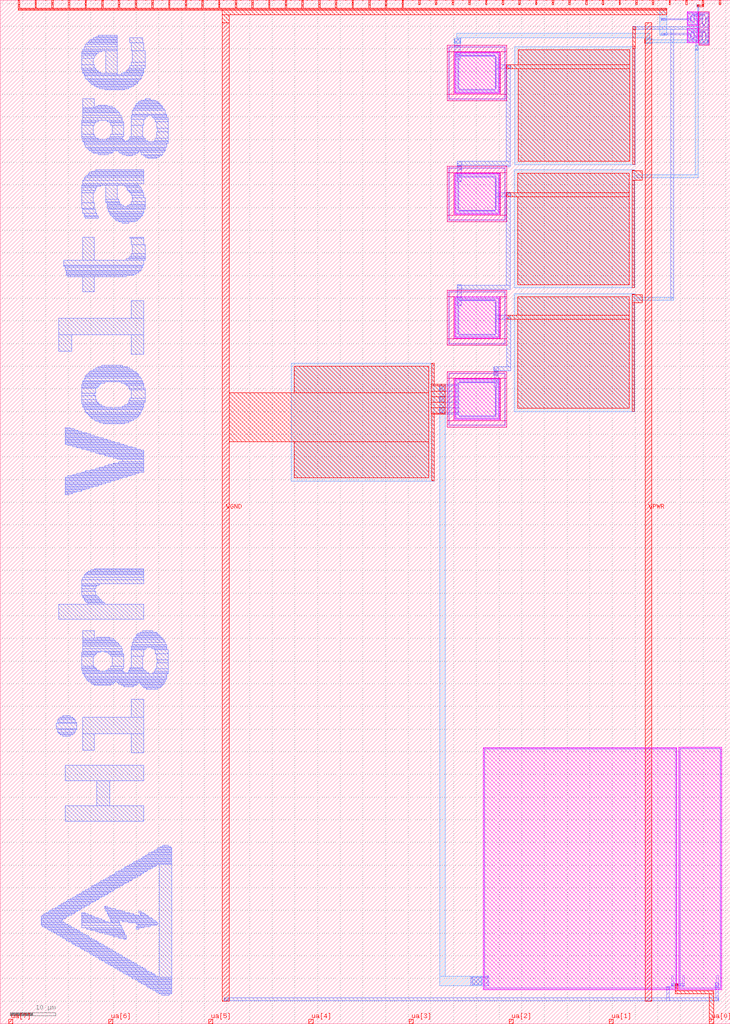
<source format=lef>
VERSION 5.7 ;
  NOWIREEXTENSIONATPIN ON ;
  DIVIDERCHAR "/" ;
  BUSBITCHARS "[]" ;
MACRO tt_um_urish_charge_pump
  CLASS BLOCK ;
  FOREIGN tt_um_urish_charge_pump ;
  ORIGIN 0.000 0.000 ;
  SIZE 161.000 BY 225.760 ;
  PIN clk
    DIRECTION INPUT ;
    USE SIGNAL ;
    ANTENNAGATEAREA 1.125000 ;
    PORT
      LAYER met4 ;
        RECT 154.870 224.760 155.170 225.760 ;
    END
  END clk
  PIN ena
    DIRECTION INPUT ;
    USE SIGNAL ;
    PORT
      LAYER met4 ;
        RECT 158.550 224.760 158.850 225.760 ;
    END
  END ena
  PIN rst_n
    DIRECTION INPUT ;
    USE SIGNAL ;
    PORT
      LAYER met4 ;
        RECT 151.190 224.760 151.490 225.760 ;
    END
  END rst_n
  PIN ua[0]
    DIRECTION INOUT ;
    USE SIGNAL ;
    PORT
      LAYER met4 ;
        RECT 156.410 0.000 157.310 1.000 ;
    END
  END ua[0]
  PIN ua[1]
    DIRECTION INOUT ;
    USE SIGNAL ;
    PORT
      LAYER met4 ;
        RECT 134.330 0.000 135.230 1.000 ;
    END
  END ua[1]
  PIN ua[2]
    DIRECTION INOUT ;
    USE SIGNAL ;
    PORT
      LAYER met4 ;
        RECT 112.250 0.000 113.150 1.000 ;
    END
  END ua[2]
  PIN ua[3]
    DIRECTION INOUT ;
    USE SIGNAL ;
    PORT
      LAYER met4 ;
        RECT 90.170 0.000 91.070 1.000 ;
    END
  END ua[3]
  PIN ua[4]
    DIRECTION INOUT ;
    USE SIGNAL ;
    PORT
      LAYER met4 ;
        RECT 68.090 0.000 68.990 1.000 ;
    END
  END ua[4]
  PIN ua[5]
    DIRECTION INOUT ;
    USE SIGNAL ;
    PORT
      LAYER met4 ;
        RECT 46.010 0.000 46.910 1.000 ;
    END
  END ua[5]
  PIN ua[6]
    DIRECTION INOUT ;
    USE SIGNAL ;
    PORT
      LAYER met4 ;
        RECT 23.930 0.000 24.830 1.000 ;
    END
  END ua[6]
  PIN ua[7]
    DIRECTION INOUT ;
    USE SIGNAL ;
    PORT
      LAYER met4 ;
        RECT 1.850 0.000 2.750 1.000 ;
    END
  END ua[7]
  PIN ui_in[0]
    DIRECTION INPUT ;
    USE SIGNAL ;
    PORT
      LAYER met4 ;
        RECT 147.510 224.760 147.810 225.760 ;
    END
  END ui_in[0]
  PIN ui_in[1]
    DIRECTION INPUT ;
    USE SIGNAL ;
    PORT
      LAYER met4 ;
        RECT 143.830 224.760 144.130 225.760 ;
    END
  END ui_in[1]
  PIN ui_in[2]
    DIRECTION INPUT ;
    USE SIGNAL ;
    PORT
      LAYER met4 ;
        RECT 140.150 224.760 140.450 225.760 ;
    END
  END ui_in[2]
  PIN ui_in[3]
    DIRECTION INPUT ;
    USE SIGNAL ;
    PORT
      LAYER met4 ;
        RECT 136.470 224.760 136.770 225.760 ;
    END
  END ui_in[3]
  PIN ui_in[4]
    DIRECTION INPUT ;
    USE SIGNAL ;
    PORT
      LAYER met4 ;
        RECT 132.790 224.760 133.090 225.760 ;
    END
  END ui_in[4]
  PIN ui_in[5]
    DIRECTION INPUT ;
    USE SIGNAL ;
    PORT
      LAYER met4 ;
        RECT 129.110 224.760 129.410 225.760 ;
    END
  END ui_in[5]
  PIN ui_in[6]
    DIRECTION INPUT ;
    USE SIGNAL ;
    PORT
      LAYER met4 ;
        RECT 125.430 224.760 125.730 225.760 ;
    END
  END ui_in[6]
  PIN ui_in[7]
    DIRECTION INPUT ;
    USE SIGNAL ;
    PORT
      LAYER met4 ;
        RECT 121.750 224.760 122.050 225.760 ;
    END
  END ui_in[7]
  PIN uio_in[0]
    DIRECTION INPUT ;
    USE SIGNAL ;
    PORT
      LAYER met4 ;
        RECT 118.070 224.760 118.370 225.760 ;
    END
  END uio_in[0]
  PIN uio_in[1]
    DIRECTION INPUT ;
    USE SIGNAL ;
    PORT
      LAYER met4 ;
        RECT 114.390 224.760 114.690 225.760 ;
    END
  END uio_in[1]
  PIN uio_in[2]
    DIRECTION INPUT ;
    USE SIGNAL ;
    PORT
      LAYER met4 ;
        RECT 110.710 224.760 111.010 225.760 ;
    END
  END uio_in[2]
  PIN uio_in[3]
    DIRECTION INPUT ;
    USE SIGNAL ;
    PORT
      LAYER met4 ;
        RECT 107.030 224.760 107.330 225.760 ;
    END
  END uio_in[3]
  PIN uio_in[4]
    DIRECTION INPUT ;
    USE SIGNAL ;
    PORT
      LAYER met4 ;
        RECT 103.350 224.760 103.650 225.760 ;
    END
  END uio_in[4]
  PIN uio_in[5]
    DIRECTION INPUT ;
    USE SIGNAL ;
    PORT
      LAYER met4 ;
        RECT 99.670 224.760 99.970 225.760 ;
    END
  END uio_in[5]
  PIN uio_in[6]
    DIRECTION INPUT ;
    USE SIGNAL ;
    PORT
      LAYER met4 ;
        RECT 95.990 224.760 96.290 225.760 ;
    END
  END uio_in[6]
  PIN uio_in[7]
    DIRECTION INPUT ;
    USE SIGNAL ;
    PORT
      LAYER met4 ;
        RECT 92.310 224.760 92.610 225.760 ;
    END
  END uio_in[7]
  PIN uio_oe[0]
    DIRECTION OUTPUT ;
    USE SIGNAL ;
    ANTENNADIFFAREA 56.931599 ;
    PORT
      LAYER met4 ;
        RECT 29.750 224.760 30.050 225.760 ;
    END
  END uio_oe[0]
  PIN uio_oe[1]
    DIRECTION OUTPUT ;
    USE SIGNAL ;
    ANTENNADIFFAREA 56.931599 ;
    PORT
      LAYER met4 ;
        RECT 26.070 224.760 26.370 225.760 ;
    END
  END uio_oe[1]
  PIN uio_oe[2]
    DIRECTION OUTPUT ;
    USE SIGNAL ;
    ANTENNADIFFAREA 56.931599 ;
    PORT
      LAYER met4 ;
        RECT 22.390 224.760 22.690 225.760 ;
    END
  END uio_oe[2]
  PIN uio_oe[3]
    DIRECTION OUTPUT ;
    USE SIGNAL ;
    ANTENNADIFFAREA 56.931599 ;
    PORT
      LAYER met4 ;
        RECT 18.710 224.760 19.010 225.760 ;
    END
  END uio_oe[3]
  PIN uio_oe[4]
    DIRECTION OUTPUT ;
    USE SIGNAL ;
    ANTENNADIFFAREA 56.931599 ;
    PORT
      LAYER met4 ;
        RECT 15.030 224.760 15.330 225.760 ;
    END
  END uio_oe[4]
  PIN uio_oe[5]
    DIRECTION OUTPUT ;
    USE SIGNAL ;
    ANTENNADIFFAREA 56.931599 ;
    PORT
      LAYER met4 ;
        RECT 11.350 224.760 11.650 225.760 ;
    END
  END uio_oe[5]
  PIN uio_oe[6]
    DIRECTION OUTPUT ;
    USE SIGNAL ;
    ANTENNADIFFAREA 56.931599 ;
    PORT
      LAYER met4 ;
        RECT 7.670 224.760 7.970 225.760 ;
    END
  END uio_oe[6]
  PIN uio_oe[7]
    DIRECTION OUTPUT ;
    USE SIGNAL ;
    ANTENNADIFFAREA 56.931599 ;
    PORT
      LAYER met4 ;
        RECT 3.990 224.760 4.290 225.760 ;
    END
  END uio_oe[7]
  PIN uio_out[0]
    DIRECTION OUTPUT ;
    USE SIGNAL ;
    ANTENNADIFFAREA 56.931599 ;
    PORT
      LAYER met4 ;
        RECT 59.190 224.760 59.490 225.760 ;
    END
  END uio_out[0]
  PIN uio_out[1]
    DIRECTION OUTPUT ;
    USE SIGNAL ;
    ANTENNADIFFAREA 56.931599 ;
    PORT
      LAYER met4 ;
        RECT 55.510 224.760 55.810 225.760 ;
    END
  END uio_out[1]
  PIN uio_out[2]
    DIRECTION OUTPUT ;
    USE SIGNAL ;
    ANTENNADIFFAREA 56.931599 ;
    PORT
      LAYER met4 ;
        RECT 51.830 224.760 52.130 225.760 ;
    END
  END uio_out[2]
  PIN uio_out[3]
    DIRECTION OUTPUT ;
    USE SIGNAL ;
    ANTENNADIFFAREA 56.931599 ;
    PORT
      LAYER met4 ;
        RECT 48.150 224.760 48.450 225.760 ;
    END
  END uio_out[3]
  PIN uio_out[4]
    DIRECTION OUTPUT ;
    USE SIGNAL ;
    ANTENNADIFFAREA 56.931599 ;
    PORT
      LAYER met4 ;
        RECT 44.470 224.760 44.770 225.760 ;
    END
  END uio_out[4]
  PIN uio_out[5]
    DIRECTION OUTPUT ;
    USE SIGNAL ;
    ANTENNADIFFAREA 56.931599 ;
    PORT
      LAYER met4 ;
        RECT 40.790 224.760 41.090 225.760 ;
    END
  END uio_out[5]
  PIN uio_out[6]
    DIRECTION OUTPUT ;
    USE SIGNAL ;
    ANTENNADIFFAREA 56.931599 ;
    PORT
      LAYER met4 ;
        RECT 37.110 224.760 37.410 225.760 ;
    END
  END uio_out[6]
  PIN uio_out[7]
    DIRECTION OUTPUT ;
    USE SIGNAL ;
    ANTENNADIFFAREA 56.931599 ;
    PORT
      LAYER met4 ;
        RECT 33.430 224.760 33.730 225.760 ;
    END
  END uio_out[7]
  PIN uo_out[0]
    DIRECTION OUTPUT ;
    USE SIGNAL ;
    ANTENNADIFFAREA 56.931599 ;
    PORT
      LAYER met4 ;
        RECT 88.630 224.760 88.930 225.760 ;
    END
  END uo_out[0]
  PIN uo_out[1]
    DIRECTION OUTPUT ;
    USE SIGNAL ;
    ANTENNADIFFAREA 56.931599 ;
    PORT
      LAYER met4 ;
        RECT 84.950 224.760 85.250 225.760 ;
    END
  END uo_out[1]
  PIN uo_out[2]
    DIRECTION OUTPUT ;
    USE SIGNAL ;
    ANTENNADIFFAREA 56.931599 ;
    PORT
      LAYER met4 ;
        RECT 81.270 224.760 81.570 225.760 ;
    END
  END uo_out[2]
  PIN uo_out[3]
    DIRECTION OUTPUT ;
    USE SIGNAL ;
    ANTENNADIFFAREA 56.931599 ;
    PORT
      LAYER met4 ;
        RECT 77.590 224.760 77.890 225.760 ;
    END
  END uo_out[3]
  PIN uo_out[4]
    DIRECTION OUTPUT ;
    USE SIGNAL ;
    ANTENNADIFFAREA 56.931599 ;
    PORT
      LAYER met4 ;
        RECT 73.910 224.760 74.210 225.760 ;
    END
  END uo_out[4]
  PIN uo_out[5]
    DIRECTION OUTPUT ;
    USE SIGNAL ;
    ANTENNADIFFAREA 56.931599 ;
    PORT
      LAYER met4 ;
        RECT 70.230 224.760 70.530 225.760 ;
    END
  END uo_out[5]
  PIN uo_out[6]
    DIRECTION OUTPUT ;
    USE SIGNAL ;
    ANTENNADIFFAREA 56.931599 ;
    PORT
      LAYER met4 ;
        RECT 66.550 224.760 66.850 225.760 ;
    END
  END uo_out[6]
  PIN uo_out[7]
    DIRECTION OUTPUT ;
    USE SIGNAL ;
    ANTENNADIFFAREA 56.931599 ;
    PORT
      LAYER met4 ;
        RECT 62.870 224.760 63.170 225.760 ;
    END
  END uo_out[7]
  PIN VPWR
    DIRECTION INOUT ;
    USE POWER ;
    PORT
      LAYER met4 ;
        RECT 142.200 5.000 143.700 220.760 ;
    END
  END VPWR
  PIN VGND
    DIRECTION INOUT ;
    USE GROUND ;
    PORT
      LAYER met4 ;
        RECT 49.000 5.000 50.500 220.760 ;
    END
  END VGND
  OBS
      LAYER pwell ;
        RECT 151.500 220.100 153.910 223.200 ;
        RECT 151.500 216.410 153.910 219.510 ;
      LAYER nwell ;
        RECT 154.000 215.810 156.410 223.190 ;
        RECT 98.600 214.370 111.700 215.800 ;
        RECT 98.600 205.030 100.030 214.370 ;
      LAYER pwell ;
        RECT 100.200 205.200 110.160 214.300 ;
      LAYER nwell ;
        RECT 110.270 205.030 111.700 214.370 ;
        RECT 98.600 203.600 111.700 205.030 ;
        RECT 98.600 187.670 111.700 189.100 ;
        RECT 98.600 178.330 100.030 187.670 ;
      LAYER pwell ;
        RECT 100.200 178.500 110.160 187.600 ;
      LAYER nwell ;
        RECT 110.270 178.330 111.700 187.670 ;
        RECT 98.600 176.900 111.700 178.330 ;
        RECT 98.600 160.370 111.700 161.800 ;
        RECT 98.600 151.030 100.030 160.370 ;
      LAYER pwell ;
        RECT 100.200 151.200 110.160 160.300 ;
      LAYER nwell ;
        RECT 110.270 151.030 111.700 160.370 ;
        RECT 98.600 149.600 111.700 151.030 ;
        RECT 98.600 142.370 111.700 143.800 ;
        RECT 98.600 133.030 100.030 142.370 ;
      LAYER pwell ;
        RECT 100.200 133.200 110.160 142.300 ;
      LAYER nwell ;
        RECT 110.270 133.030 111.700 142.370 ;
        RECT 98.600 131.600 111.700 133.030 ;
      LAYER pwell ;
        RECT 106.550 7.550 149.230 60.910 ;
        RECT 149.650 7.550 159.130 60.990 ;
      LAYER li1 ;
        RECT 151.680 222.850 153.730 223.020 ;
        RECT 151.680 220.450 151.850 222.850 ;
        RECT 152.480 222.340 152.930 222.510 ;
        RECT 152.250 221.130 152.420 222.170 ;
        RECT 152.990 221.130 153.160 222.170 ;
        RECT 152.480 220.790 152.930 220.960 ;
        RECT 153.560 220.450 153.730 222.850 ;
        RECT 151.680 220.280 153.730 220.450 ;
        RECT 154.180 222.840 156.230 223.010 ;
        RECT 154.180 219.850 154.350 222.840 ;
        RECT 154.980 222.330 155.430 222.500 ;
        RECT 154.750 220.575 154.920 222.115 ;
        RECT 155.490 220.575 155.660 222.115 ;
        RECT 154.980 220.190 155.430 220.360 ;
        RECT 156.060 219.850 156.230 222.840 ;
        RECT 154.180 219.680 156.230 219.850 ;
        RECT 151.680 219.160 153.730 219.330 ;
        RECT 151.680 216.760 151.850 219.160 ;
        RECT 152.480 218.650 152.930 218.820 ;
        RECT 152.250 217.440 152.420 218.480 ;
        RECT 152.990 217.440 153.160 218.480 ;
        RECT 152.480 217.100 152.930 217.270 ;
        RECT 153.560 216.760 153.730 219.160 ;
        RECT 151.680 216.590 153.730 216.760 ;
        RECT 154.180 219.150 156.230 219.320 ;
        RECT 154.180 216.160 154.350 219.150 ;
        RECT 154.980 218.640 155.430 218.810 ;
        RECT 154.750 216.885 154.920 218.425 ;
        RECT 155.490 216.885 155.660 218.425 ;
        RECT 154.980 216.500 155.430 216.670 ;
        RECT 156.060 216.160 156.230 219.150 ;
        RECT 154.180 215.990 156.230 216.160 ;
        RECT 100.200 215.515 101.400 215.700 ;
        RECT 98.885 215.345 111.415 215.515 ;
        RECT 98.885 204.055 99.055 215.345 ;
        RECT 100.800 214.120 101.400 214.200 ;
        RECT 100.380 213.950 109.980 214.120 ;
        RECT 100.380 205.550 100.550 213.950 ;
        RECT 100.800 213.900 101.400 213.950 ;
        RECT 101.180 213.440 109.180 213.610 ;
        RECT 100.950 206.230 101.120 213.270 ;
        RECT 109.240 206.230 109.410 213.270 ;
        RECT 101.180 205.890 109.180 206.060 ;
        RECT 109.810 205.550 109.980 213.950 ;
        RECT 100.380 205.380 109.980 205.550 ;
        RECT 111.245 204.055 111.415 215.345 ;
        RECT 98.885 203.885 111.415 204.055 ;
        RECT 100.800 188.815 101.700 189.000 ;
        RECT 98.885 188.645 111.415 188.815 ;
        RECT 98.885 177.355 99.055 188.645 ;
        RECT 100.800 188.400 101.700 188.645 ;
        RECT 100.800 187.420 101.700 187.500 ;
        RECT 100.380 187.250 109.980 187.420 ;
        RECT 100.380 178.850 100.550 187.250 ;
        RECT 100.800 187.200 101.700 187.250 ;
        RECT 101.180 186.740 109.180 186.910 ;
        RECT 100.950 179.530 101.120 186.570 ;
        RECT 109.240 179.530 109.410 186.570 ;
        RECT 101.180 179.190 109.180 179.360 ;
        RECT 109.810 178.850 109.980 187.250 ;
        RECT 100.380 178.680 109.980 178.850 ;
        RECT 111.245 177.355 111.415 188.645 ;
        RECT 98.885 177.185 111.415 177.355 ;
        RECT 98.885 161.345 111.415 161.515 ;
        RECT 98.885 150.055 99.055 161.345 ;
        RECT 100.800 160.120 101.700 160.200 ;
        RECT 100.380 159.950 109.980 160.120 ;
        RECT 100.380 151.550 100.550 159.950 ;
        RECT 100.800 159.900 101.700 159.950 ;
        RECT 101.180 159.440 109.180 159.610 ;
        RECT 100.950 152.230 101.120 159.270 ;
        RECT 109.240 152.230 109.410 159.270 ;
        RECT 101.180 151.890 109.180 152.060 ;
        RECT 109.810 151.550 109.980 159.950 ;
        RECT 100.380 151.380 109.980 151.550 ;
        RECT 111.245 150.055 111.415 161.345 ;
        RECT 98.885 149.885 111.415 150.055 ;
        RECT 108.900 143.515 109.800 143.700 ;
        RECT 98.885 143.345 111.415 143.515 ;
        RECT 98.885 132.055 99.055 143.345 ;
        RECT 108.900 143.100 109.800 143.345 ;
        RECT 108.900 142.120 109.500 142.200 ;
        RECT 100.380 141.950 109.980 142.120 ;
        RECT 100.380 133.550 100.550 141.950 ;
        RECT 108.900 141.900 109.500 141.950 ;
        RECT 101.180 141.440 109.180 141.610 ;
        RECT 100.950 134.230 101.120 141.270 ;
        RECT 109.240 134.230 109.410 141.270 ;
        RECT 101.180 133.890 109.180 134.060 ;
        RECT 109.810 133.550 109.980 141.950 ;
        RECT 100.380 133.380 109.980 133.550 ;
        RECT 111.245 132.055 111.415 143.345 ;
        RECT 98.885 131.885 111.415 132.055 ;
        RECT 106.730 60.560 149.050 60.730 ;
        RECT 106.730 7.900 106.900 60.560 ;
        RECT 107.380 8.380 107.730 10.540 ;
        RECT 148.050 8.380 148.400 10.540 ;
        RECT 147.000 7.900 147.600 8.100 ;
        RECT 148.880 7.900 149.050 60.560 ;
        RECT 106.730 7.730 149.050 7.900 ;
        RECT 149.830 60.640 158.950 60.810 ;
        RECT 149.830 7.900 150.000 60.640 ;
        RECT 150.480 8.380 150.830 10.540 ;
        RECT 157.950 9.000 158.300 10.540 ;
        RECT 157.800 8.400 158.400 9.000 ;
        RECT 157.950 8.380 158.300 8.400 ;
        RECT 157.800 7.900 158.400 8.100 ;
        RECT 158.780 7.900 158.950 60.640 ;
        RECT 149.830 7.730 158.950 7.900 ;
        RECT 147.000 7.500 147.600 7.730 ;
        RECT 157.800 7.500 158.400 7.730 ;
      LAYER met1 ;
        RECT 152.500 222.530 155.400 222.600 ;
        RECT 152.500 222.300 155.410 222.530 ;
        RECT 151.650 221.700 151.880 221.760 ;
        RECT 152.220 221.700 152.450 222.150 ;
        RECT 152.960 221.800 153.190 222.150 ;
        RECT 154.720 221.800 154.950 222.095 ;
        RECT 155.460 221.800 155.690 222.095 ;
        RECT 156.000 221.800 156.300 222.600 ;
        RECT 145.750 221.400 152.450 221.700 ;
        RECT 152.900 221.500 155.000 221.800 ;
        RECT 155.460 221.500 156.300 221.800 ;
        RECT 151.650 221.340 151.880 221.400 ;
        RECT 152.220 221.150 152.450 221.400 ;
        RECT 152.960 221.150 153.190 221.500 ;
        RECT 152.500 220.760 152.910 220.990 ;
        RECT 153.800 219.900 154.100 221.500 ;
        RECT 154.720 220.595 154.950 221.500 ;
        RECT 155.460 220.595 155.690 221.500 ;
        RECT 155.000 220.160 155.410 220.390 ;
        RECT 153.750 219.600 154.150 219.900 ;
        RECT 153.800 218.900 154.100 219.600 ;
        RECT 152.400 218.600 155.500 218.900 ;
        RECT 151.650 218.400 151.880 218.460 ;
        RECT 152.220 218.400 152.450 218.460 ;
        RECT 145.750 218.100 152.450 218.400 ;
        RECT 151.650 218.040 151.880 218.100 ;
        RECT 152.220 217.460 152.450 218.100 ;
        RECT 152.960 218.000 153.190 218.460 ;
        RECT 154.720 218.000 154.950 218.405 ;
        RECT 152.960 217.700 154.950 218.000 ;
        RECT 152.960 217.460 153.190 217.700 ;
        RECT 100.150 216.300 101.450 217.200 ;
        RECT 152.500 217.070 152.910 217.300 ;
        RECT 100.200 215.730 101.400 216.300 ;
        RECT 100.140 215.370 101.460 215.730 ;
        RECT 153.400 215.700 153.700 217.700 ;
        RECT 154.720 216.905 154.950 217.700 ;
        RECT 155.460 218.000 155.690 218.405 ;
        RECT 156.000 218.000 156.300 221.500 ;
        RECT 155.460 217.700 156.300 218.000 ;
        RECT 155.460 216.905 155.690 217.700 ;
        RECT 156.000 217.000 156.300 217.700 ;
        RECT 155.000 216.470 155.410 216.700 ;
        RECT 155.950 216.400 156.350 217.000 ;
        RECT 100.200 214.230 101.400 215.370 ;
        RECT 153.250 214.800 153.950 215.700 ;
        RECT 100.200 213.870 101.460 214.230 ;
        RECT 100.200 213.640 101.400 213.870 ;
        RECT 100.200 213.410 109.160 213.640 ;
        RECT 100.200 212.700 101.400 213.410 ;
        RECT 100.920 206.250 101.150 212.700 ;
        RECT 109.210 211.500 109.440 213.250 ;
        RECT 109.200 210.600 112.550 211.500 ;
        RECT 109.210 206.250 109.440 210.600 ;
        RECT 101.200 205.860 109.160 206.090 ;
        RECT 100.750 189.300 101.750 190.200 ;
        RECT 100.800 189.030 101.700 189.300 ;
        RECT 100.740 188.370 101.760 189.030 ;
        RECT 100.800 187.530 101.700 188.370 ;
        RECT 100.740 187.170 101.760 187.530 ;
        RECT 100.800 186.940 101.700 187.170 ;
        RECT 100.800 186.710 109.160 186.940 ;
        RECT 100.800 185.700 101.700 186.710 ;
        RECT 100.920 179.550 101.150 185.700 ;
        RECT 109.210 183.300 109.440 186.550 ;
        RECT 109.200 182.400 112.550 183.300 ;
        RECT 109.210 179.550 109.440 182.400 ;
        RECT 101.200 179.160 109.160 179.390 ;
        RECT 100.750 162.000 101.750 162.900 ;
        RECT 100.800 160.230 101.700 162.000 ;
        RECT 100.740 159.870 101.760 160.230 ;
        RECT 100.800 159.640 101.700 159.870 ;
        RECT 100.800 159.410 109.160 159.640 ;
        RECT 100.800 158.400 101.700 159.410 ;
        RECT 100.920 152.250 101.150 158.400 ;
        RECT 109.210 156.300 109.440 159.250 ;
        RECT 109.200 155.400 112.570 156.300 ;
        RECT 109.210 152.250 109.440 155.400 ;
        RECT 101.200 151.860 109.160 152.090 ;
        RECT 108.850 144.000 109.850 144.900 ;
        RECT 108.900 143.730 109.800 144.000 ;
        RECT 108.840 143.070 109.860 143.730 ;
        RECT 108.900 142.230 109.800 143.070 ;
        RECT 108.840 141.870 109.800 142.230 ;
        RECT 108.900 141.640 109.800 141.870 ;
        RECT 101.200 141.410 109.800 141.640 ;
        RECT 100.920 141.000 101.150 141.250 ;
        RECT 96.900 140.700 101.150 141.000 ;
        RECT 96.850 139.500 101.150 140.700 ;
        RECT 108.900 140.400 109.800 141.410 ;
        RECT 96.900 138.300 101.150 139.500 ;
        RECT 96.850 137.100 101.150 138.300 ;
        RECT 96.900 135.900 101.150 137.100 ;
        RECT 96.850 134.700 101.150 135.900 ;
        RECT 96.900 134.400 101.150 134.700 ;
        RECT 100.920 134.250 101.150 134.400 ;
        RECT 109.210 134.250 109.440 140.400 ;
        RECT 101.200 133.860 109.160 134.090 ;
        RECT 103.800 10.260 107.700 10.500 ;
        RECT 103.800 8.400 107.730 10.260 ;
        RECT 107.370 8.340 107.730 8.400 ;
        RECT 148.020 8.780 148.430 8.840 ;
        RECT 150.450 8.780 150.860 8.840 ;
        RECT 148.020 8.380 150.860 8.780 ;
        RECT 148.020 8.320 148.430 8.380 ;
        RECT 150.450 8.320 150.860 8.380 ;
        RECT 157.740 8.370 158.460 9.030 ;
        RECT 157.800 8.130 158.400 8.370 ;
        RECT 146.940 7.470 147.660 8.130 ;
        RECT 157.740 7.470 158.460 8.130 ;
        RECT 147.000 5.700 147.600 7.470 ;
        RECT 157.800 5.700 158.400 7.470 ;
        RECT 146.950 5.100 147.650 5.700 ;
        RECT 157.750 5.100 158.450 5.700 ;
      LAYER met2 ;
        RECT 153.800 222.250 154.100 224.750 ;
        RECT 145.800 221.350 146.700 221.750 ;
        RECT 139.500 219.900 140.100 219.950 ;
        RECT 153.800 219.900 154.100 219.950 ;
        RECT 139.500 219.300 154.200 219.900 ;
        RECT 139.500 219.250 140.100 219.300 ;
        RECT 145.800 218.050 146.700 218.450 ;
        RECT 21.600 217.710 25.800 217.990 ;
        RECT 21.040 217.430 25.800 217.710 ;
        RECT 20.480 217.150 25.800 217.430 ;
        RECT 19.920 216.870 25.800 217.150 ;
        RECT 19.640 216.590 25.800 216.870 ;
        RECT 19.360 216.310 25.800 216.590 ;
        RECT 28.600 216.310 31.400 217.430 ;
        RECT 19.080 216.030 25.800 216.310 ;
        RECT 18.800 215.470 25.800 216.030 ;
        RECT 18.520 214.910 25.800 215.470 ;
        RECT 18.240 214.630 25.800 214.910 ;
        RECT 28.880 214.630 31.680 216.310 ;
        RECT 100.200 216.250 101.400 217.250 ;
        RECT 18.240 214.350 22.440 214.630 ;
        RECT 17.960 214.070 21.600 214.350 ;
        RECT 17.960 213.790 21.320 214.070 ;
        RECT 17.960 213.510 21.040 213.790 ;
        RECT 17.960 212.950 20.760 213.510 ;
        RECT 17.960 211.550 20.480 212.950 ;
        RECT 17.960 210.710 20.760 211.550 ;
        RECT 17.960 210.430 21.040 210.710 ;
        RECT 18.240 210.150 21.320 210.430 ;
        RECT 18.240 209.870 21.600 210.150 ;
        RECT 18.240 209.590 22.160 209.870 ;
        RECT 23.280 209.590 25.800 214.630 ;
        RECT 29.160 212.110 31.960 214.630 ;
        RECT 28.880 211.270 31.960 212.110 ;
        RECT 28.600 210.710 31.960 211.270 ;
        RECT 28.320 210.430 31.680 210.710 ;
        RECT 28.040 210.150 31.680 210.430 ;
        RECT 27.760 209.870 31.680 210.150 ;
        RECT 27.200 209.590 31.680 209.870 ;
        RECT 18.520 209.310 25.800 209.590 ;
        RECT 26.640 209.310 31.400 209.590 ;
        RECT 18.520 209.030 31.400 209.310 ;
        RECT 18.800 208.470 31.120 209.030 ;
        RECT 19.080 208.190 30.840 208.470 ;
        RECT 19.360 207.910 30.560 208.190 ;
        RECT 19.640 207.630 30.280 207.910 ;
        RECT 19.920 207.350 30.280 207.630 ;
        RECT 20.200 207.070 29.720 207.350 ;
        RECT 20.760 206.790 29.440 207.070 ;
        RECT 21.320 206.510 28.880 206.790 ;
        RECT 21.880 206.230 28.320 206.510 ;
        RECT 23.000 205.950 27.480 206.230 ;
        RECT 18.240 202.030 20.760 203.990 ;
        RECT 31.960 203.710 33.080 203.990 ;
        RECT 31.120 203.430 34.200 203.710 ;
        RECT 30.560 203.150 34.760 203.430 ;
        RECT 30.280 202.870 35.040 203.150 ;
        RECT 30.000 202.590 35.320 202.870 ;
        RECT 21.600 202.310 23.560 202.590 ;
        RECT 29.720 202.310 35.600 202.590 ;
        RECT 21.040 202.030 24.680 202.310 ;
        RECT 29.720 202.030 35.880 202.310 ;
        RECT 18.240 201.750 25.240 202.030 ;
        RECT 29.440 201.750 35.880 202.030 ;
        RECT 18.240 201.470 25.520 201.750 ;
        RECT 29.440 201.470 36.160 201.750 ;
        RECT 18.240 201.190 25.800 201.470 ;
        RECT 18.240 200.910 26.080 201.190 ;
        RECT 18.240 200.350 26.360 200.910 ;
        RECT 29.160 200.630 36.440 201.470 ;
        RECT 29.160 200.350 36.720 200.630 ;
        RECT 18.240 199.790 26.640 200.350 ;
        RECT 28.880 200.070 32.520 200.350 ;
        RECT 33.360 200.070 36.720 200.350 ;
        RECT 18.240 199.230 26.920 199.790 ;
        RECT 17.960 198.950 21.600 199.230 ;
        RECT 23.560 198.950 26.920 199.230 ;
        RECT 28.880 199.510 31.960 200.070 ;
        RECT 33.640 199.790 36.720 200.070 ;
        RECT 33.920 199.510 37.000 199.790 ;
        RECT 17.960 198.670 21.040 198.950 ;
        RECT 24.120 198.670 27.200 198.950 ;
        RECT 17.960 198.110 20.760 198.670 ;
        RECT 24.400 198.110 27.200 198.670 ;
        RECT 17.960 196.150 20.480 198.110 ;
        RECT 24.680 196.150 27.200 198.110 ;
        RECT 17.960 195.590 20.760 196.150 ;
        RECT 24.400 195.590 27.200 196.150 ;
        RECT 28.880 198.110 31.680 199.510 ;
        RECT 34.200 198.950 37.000 199.510 ;
        RECT 28.880 195.590 31.400 198.110 ;
        RECT 34.480 197.550 37.000 198.950 ;
        RECT 34.760 196.710 37.000 197.550 ;
        RECT 17.960 195.310 21.040 195.590 ;
        RECT 24.120 195.310 26.920 195.590 ;
        RECT 18.240 195.030 21.600 195.310 ;
        RECT 23.560 195.030 26.920 195.310 ;
        RECT 28.600 195.310 31.680 195.590 ;
        RECT 34.480 195.310 37.000 196.710 ;
        RECT 28.600 195.030 31.960 195.310 ;
        RECT 18.240 194.750 27.200 195.030 ;
        RECT 28.320 194.750 31.960 195.030 ;
        RECT 34.200 194.750 37.000 195.310 ;
        RECT 18.240 194.470 27.480 194.750 ;
        RECT 27.760 194.470 32.520 194.750 ;
        RECT 33.920 194.470 37.000 194.750 ;
        RECT 18.520 194.190 37.000 194.470 ;
        RECT 18.520 193.910 36.720 194.190 ;
        RECT 18.800 193.350 36.720 193.910 ;
        RECT 19.080 193.070 36.440 193.350 ;
        RECT 19.360 192.790 36.440 193.070 ;
        RECT 19.640 192.510 36.440 192.790 ;
        RECT 20.200 192.230 24.960 192.510 ;
        RECT 26.080 192.230 30.560 192.510 ;
        RECT 30.840 192.230 36.160 192.510 ;
        RECT 20.480 191.950 24.680 192.230 ;
        RECT 26.360 191.950 30.280 192.230 ;
        RECT 21.600 191.670 23.840 191.950 ;
        RECT 26.920 191.670 29.720 191.950 ;
        RECT 31.120 191.670 35.880 192.230 ;
        RECT 27.760 191.390 29.160 191.670 ;
        RECT 31.680 191.390 35.600 191.670 ;
        RECT 31.960 191.110 35.040 191.390 ;
        RECT 32.520 190.830 34.480 191.110 ;
        RECT 100.800 190.200 101.700 190.250 ;
        RECT 111.600 190.200 112.500 211.550 ;
        RECT 100.800 189.300 112.500 190.200 ;
        RECT 100.800 189.250 101.700 189.300 ;
        RECT 111.600 189.000 112.500 189.300 ;
        RECT 21.040 188.030 31.680 188.310 ;
        RECT 20.200 187.750 31.680 188.030 ;
        RECT 19.640 187.470 31.680 187.750 ;
        RECT 19.360 187.190 31.680 187.470 ;
        RECT 19.080 186.910 31.680 187.190 ;
        RECT 18.800 186.630 31.680 186.910 ;
        RECT 18.520 186.070 31.680 186.630 ;
        RECT 18.240 185.230 31.680 186.070 ;
        RECT 18.240 184.950 30.280 185.230 ;
        RECT 17.960 184.670 22.160 184.950 ;
        RECT 17.960 184.390 21.320 184.670 ;
        RECT 17.960 183.830 21.040 184.390 ;
        RECT 17.960 183.270 20.760 183.830 ;
        RECT 17.960 181.030 20.480 183.270 ;
        RECT 23.280 181.870 25.800 184.950 ;
        RECT 27.480 184.670 30.560 184.950 ;
        RECT 27.760 184.390 30.840 184.670 ;
        RECT 28.040 183.830 31.120 184.390 ;
        RECT 28.320 183.550 31.400 183.830 ;
        RECT 28.600 183.270 31.400 183.550 ;
        RECT 28.880 182.710 31.680 183.270 ;
        RECT 29.160 182.150 31.680 182.710 ;
        RECT 23.280 181.310 26.080 181.870 ;
        RECT 29.160 181.310 31.960 182.150 ;
        RECT 23.280 181.030 26.360 181.310 ;
        RECT 17.960 179.910 20.760 181.030 ;
        RECT 23.560 180.750 26.360 181.030 ;
        RECT 28.880 180.750 31.960 181.310 ;
        RECT 23.560 180.470 26.640 180.750 ;
        RECT 28.600 180.470 31.960 180.750 ;
        RECT 23.560 180.190 27.200 180.470 ;
        RECT 28.040 180.190 31.960 180.470 ;
        RECT 23.560 179.910 31.960 180.190 ;
        RECT 18.240 179.630 20.760 179.910 ;
        RECT 23.840 179.630 31.960 179.910 ;
        RECT 18.240 178.790 21.040 179.630 ;
        RECT 23.840 179.070 31.680 179.630 ;
        RECT 24.120 178.790 31.680 179.070 ;
        RECT 18.520 178.230 21.320 178.790 ;
        RECT 24.120 178.510 31.400 178.790 ;
        RECT 24.400 178.230 31.400 178.510 ;
        RECT 18.520 177.950 21.600 178.230 ;
        RECT 24.680 177.950 31.120 178.230 ;
        RECT 18.800 177.670 21.600 177.950 ;
        RECT 24.960 177.670 30.840 177.950 ;
        RECT 25.240 177.390 30.560 177.670 ;
        RECT 25.520 177.110 30.280 177.390 ;
        RECT 26.080 176.830 29.720 177.110 ;
        RECT 26.920 176.550 28.320 176.830 ;
        RECT 18.240 168.430 20.760 173.470 ;
        RECT 28.600 173.190 31.680 173.470 ;
        RECT 28.880 171.790 31.680 173.190 ;
        RECT 29.160 169.830 31.960 171.790 ;
        RECT 28.880 169.270 31.960 169.830 ;
        RECT 28.600 168.990 31.960 169.270 ;
        RECT 28.320 168.710 31.960 168.990 ;
        RECT 27.760 168.430 31.960 168.710 ;
        RECT 14.040 167.310 31.680 168.430 ;
        RECT 14.040 167.030 31.400 167.310 ;
        RECT 14.320 166.750 31.400 167.030 ;
        RECT 14.320 166.190 31.120 166.750 ;
        RECT 14.600 165.910 30.840 166.190 ;
        RECT 14.600 165.630 30.560 165.910 ;
        RECT 14.600 165.350 30.000 165.630 ;
        RECT 14.600 165.070 29.440 165.350 ;
        RECT 14.880 164.790 27.760 165.070 ;
        RECT 18.240 161.430 20.760 164.790 ;
        RECT 100.800 162.900 101.700 162.950 ;
        RECT 111.600 162.900 112.500 183.350 ;
        RECT 100.800 162.000 112.500 162.900 ;
        RECT 100.800 161.950 101.700 162.000 ;
        RECT 147.900 159.550 148.500 219.300 ;
        RECT 156.000 216.350 156.300 217.050 ;
        RECT 153.300 214.750 153.900 215.750 ;
        RECT 28.880 155.550 31.680 159.470 ;
        RECT 12.920 151.910 31.680 155.550 ;
        RECT 12.920 148.270 15.720 151.910 ;
        RECT 28.880 147.710 31.680 151.910 ;
        RECT 22.440 144.910 26.920 145.190 ;
        RECT 21.600 144.630 28.040 144.910 ;
        RECT 108.900 144.900 109.800 144.950 ;
        RECT 111.680 144.900 112.580 156.280 ;
        RECT 21.040 144.350 28.600 144.630 ;
        RECT 20.480 144.070 29.160 144.350 ;
        RECT 19.920 143.790 29.440 144.070 ;
        RECT 108.900 144.000 112.580 144.900 ;
        RECT 108.900 143.950 109.800 144.000 ;
        RECT 19.640 143.510 30.000 143.790 ;
        RECT 19.360 143.230 30.280 143.510 ;
        RECT 19.080 142.950 30.560 143.230 ;
        RECT 18.800 142.670 30.560 142.950 ;
        RECT 18.800 142.390 30.840 142.670 ;
        RECT 18.520 141.830 31.120 142.390 ;
        RECT 18.240 141.550 31.400 141.830 ;
        RECT 18.240 141.270 23.000 141.550 ;
        RECT 26.640 141.270 31.400 141.550 ;
        RECT 18.240 140.990 22.160 141.270 ;
        RECT 27.480 140.990 31.680 141.270 ;
        RECT 17.960 140.710 21.880 140.990 ;
        RECT 27.760 140.710 31.680 140.990 ;
        RECT 17.960 140.430 21.600 140.710 ;
        RECT 17.960 140.150 21.320 140.430 ;
        RECT 28.320 140.150 31.680 140.710 ;
        RECT 17.960 139.030 21.040 140.150 ;
        RECT 28.600 139.870 31.960 140.150 ;
        RECT 17.960 138.470 20.760 139.030 ;
        RECT 17.960 137.630 21.040 138.470 ;
        RECT 28.880 137.910 31.960 139.870 ;
        RECT 96.900 139.450 98.100 140.750 ;
        RECT 17.960 137.070 21.320 137.630 ;
        RECT 28.600 137.350 31.960 137.910 ;
        RECT 28.320 137.070 31.960 137.350 ;
        RECT 17.960 136.790 21.600 137.070 ;
        RECT 28.320 136.790 31.680 137.070 ;
        RECT 96.900 137.050 98.100 138.350 ;
        RECT 18.240 136.510 21.880 136.790 ;
        RECT 28.040 136.510 31.680 136.790 ;
        RECT 18.240 136.230 22.440 136.510 ;
        RECT 27.480 136.230 31.680 136.510 ;
        RECT 18.240 135.950 23.000 136.230 ;
        RECT 26.920 135.950 31.680 136.230 ;
        RECT 18.520 135.670 24.680 135.950 ;
        RECT 25.240 135.670 31.400 135.950 ;
        RECT 18.520 135.390 31.400 135.670 ;
        RECT 18.800 134.830 31.120 135.390 ;
        RECT 19.080 134.550 30.840 134.830 ;
        RECT 96.900 134.650 98.100 135.950 ;
        RECT 19.360 134.270 30.840 134.550 ;
        RECT 19.640 133.990 30.560 134.270 ;
        RECT 19.920 133.710 30.280 133.990 ;
        RECT 20.200 133.430 30.000 133.710 ;
        RECT 20.760 133.150 29.440 133.430 ;
        RECT 21.040 132.870 28.880 133.150 ;
        RECT 21.880 132.590 28.320 132.870 ;
        RECT 22.720 132.310 27.480 132.590 ;
        RECT 14.320 131.190 15.440 131.470 ;
        RECT 14.320 130.910 16.280 131.190 ;
        RECT 14.320 130.630 17.120 130.910 ;
        RECT 14.320 130.350 17.960 130.630 ;
        RECT 14.320 130.070 19.080 130.350 ;
        RECT 14.320 129.790 19.920 130.070 ;
        RECT 14.320 129.510 20.760 129.790 ;
        RECT 14.320 129.230 21.600 129.510 ;
        RECT 14.320 128.950 22.720 129.230 ;
        RECT 14.320 128.670 23.560 128.950 ;
        RECT 14.320 128.390 24.400 128.670 ;
        RECT 14.320 128.110 25.240 128.390 ;
        RECT 14.320 127.830 26.360 128.110 ;
        RECT 14.880 127.550 27.200 127.830 ;
        RECT 16.000 127.270 28.040 127.550 ;
        RECT 16.840 126.990 29.160 127.270 ;
        RECT 17.960 126.710 30.000 126.990 ;
        RECT 19.080 126.430 30.840 126.710 ;
        RECT 19.920 126.150 31.680 126.430 ;
        RECT 21.040 125.870 31.680 126.150 ;
        RECT 21.880 125.590 31.680 125.870 ;
        RECT 23.000 125.310 31.680 125.590 ;
        RECT 23.840 125.030 31.680 125.310 ;
        RECT 24.960 124.750 31.680 125.030 ;
        RECT 25.800 124.470 31.680 124.750 ;
        RECT 26.920 123.910 31.680 124.470 ;
        RECT 26.080 123.630 31.680 123.910 ;
        RECT 24.960 123.350 31.680 123.630 ;
        RECT 23.840 123.070 31.680 123.350 ;
        RECT 23.000 122.790 31.680 123.070 ;
        RECT 21.880 122.510 31.680 122.790 ;
        RECT 21.040 122.230 31.680 122.510 ;
        RECT 19.920 121.950 31.680 122.230 ;
        RECT 18.800 121.670 31.680 121.950 ;
        RECT 17.960 121.390 30.560 121.670 ;
        RECT 16.840 121.110 29.720 121.390 ;
        RECT 16.000 120.830 28.880 121.110 ;
        RECT 14.880 120.550 28.040 120.830 ;
        RECT 14.320 120.270 26.920 120.550 ;
        RECT 14.320 119.990 26.080 120.270 ;
        RECT 14.320 119.710 25.240 119.990 ;
        RECT 14.320 119.430 24.400 119.710 ;
        RECT 14.320 119.150 23.280 119.430 ;
        RECT 14.320 118.870 22.440 119.150 ;
        RECT 14.320 118.590 21.600 118.870 ;
        RECT 14.320 118.310 20.480 118.590 ;
        RECT 14.320 118.030 19.640 118.310 ;
        RECT 14.320 117.750 18.800 118.030 ;
        RECT 14.320 117.470 17.960 117.750 ;
        RECT 14.320 117.190 16.840 117.470 ;
        RECT 14.320 116.910 16.000 117.190 ;
        RECT 14.320 116.630 15.160 116.910 ;
        RECT 20.760 100.110 31.680 100.390 ;
        RECT 19.920 99.830 31.680 100.110 ;
        RECT 19.360 99.550 31.680 99.830 ;
        RECT 19.080 99.270 31.680 99.550 ;
        RECT 18.800 98.990 31.680 99.270 ;
        RECT 18.520 98.430 31.680 98.990 ;
        RECT 18.240 97.870 31.680 98.430 ;
        RECT 17.960 97.030 31.680 97.870 ;
        RECT 17.960 96.750 21.880 97.030 ;
        RECT 17.960 96.470 21.320 96.750 ;
        RECT 17.960 95.910 21.040 96.470 ;
        RECT 17.960 95.350 20.760 95.910 ;
        RECT 17.960 94.510 21.040 95.350 ;
        RECT 18.240 94.230 21.320 94.510 ;
        RECT 18.240 93.950 21.600 94.230 ;
        RECT 18.520 93.670 21.880 93.950 ;
        RECT 18.520 93.390 22.160 93.670 ;
        RECT 18.800 93.110 22.440 93.390 ;
        RECT 19.080 92.830 22.720 93.110 ;
        RECT 19.360 92.550 23.000 92.830 ;
        RECT 12.920 89.190 31.680 92.550 ;
        RECT 18.240 84.990 20.760 86.670 ;
        RECT 31.400 86.390 33.640 86.670 ;
        RECT 30.840 86.110 34.480 86.390 ;
        RECT 30.280 85.830 34.760 86.110 ;
        RECT 30.000 85.550 35.040 85.830 ;
        RECT 30.000 85.270 35.320 85.550 ;
        RECT 21.320 84.990 24.120 85.270 ;
        RECT 29.720 84.990 35.600 85.270 ;
        RECT 18.240 84.710 24.960 84.990 ;
        RECT 29.440 84.710 35.880 84.990 ;
        RECT 18.240 84.430 25.240 84.710 ;
        RECT 18.240 84.150 25.520 84.430 ;
        RECT 29.440 84.150 36.160 84.710 ;
        RECT 18.240 83.870 25.800 84.150 ;
        RECT 18.240 83.590 26.080 83.870 ;
        RECT 29.160 83.590 36.440 84.150 ;
        RECT 18.240 83.310 26.360 83.590 ;
        RECT 29.160 83.310 36.720 83.590 ;
        RECT 18.240 82.750 26.640 83.310 ;
        RECT 28.880 83.030 36.720 83.310 ;
        RECT 28.880 82.750 32.240 83.030 ;
        RECT 33.360 82.750 36.720 83.030 ;
        RECT 18.240 82.190 26.920 82.750 ;
        RECT 18.240 81.910 22.160 82.190 ;
        RECT 23.000 81.910 26.920 82.190 ;
        RECT 17.960 81.630 21.320 81.910 ;
        RECT 23.840 81.630 26.920 81.910 ;
        RECT 28.880 82.470 31.960 82.750 ;
        RECT 33.920 82.470 36.720 82.750 ;
        RECT 17.960 81.350 21.040 81.630 ;
        RECT 24.120 81.350 27.200 81.630 ;
        RECT 17.960 81.070 20.760 81.350 ;
        RECT 24.400 81.070 27.200 81.350 ;
        RECT 17.960 78.830 20.480 81.070 ;
        RECT 24.680 78.830 27.200 81.070 ;
        RECT 17.960 78.550 20.760 78.830 ;
        RECT 17.960 78.270 21.040 78.550 ;
        RECT 24.400 78.270 27.200 78.830 ;
        RECT 28.880 81.070 31.680 82.470 ;
        RECT 34.200 81.630 37.000 82.470 ;
        RECT 28.880 78.550 31.400 81.070 ;
        RECT 34.480 80.230 37.000 81.630 ;
        RECT 34.760 79.670 37.000 80.230 ;
        RECT 28.600 78.270 31.400 78.550 ;
        RECT 34.480 78.270 37.000 79.670 ;
        RECT 17.960 77.990 21.320 78.270 ;
        RECT 23.840 77.990 26.920 78.270 ;
        RECT 28.600 77.990 31.680 78.270 ;
        RECT 18.240 77.710 21.880 77.990 ;
        RECT 23.280 77.710 26.920 77.990 ;
        RECT 28.320 77.710 31.960 77.990 ;
        RECT 34.200 77.710 37.000 78.270 ;
        RECT 18.240 77.430 27.200 77.710 ;
        RECT 28.320 77.430 32.240 77.710 ;
        RECT 33.920 77.430 37.000 77.710 ;
        RECT 18.240 77.150 32.800 77.430 ;
        RECT 33.640 77.150 37.000 77.430 ;
        RECT 18.520 76.590 36.720 77.150 ;
        RECT 18.800 76.310 36.720 76.590 ;
        RECT 19.080 76.030 36.720 76.310 ;
        RECT 19.080 75.750 36.440 76.030 ;
        RECT 19.360 75.470 36.440 75.750 ;
        RECT 19.920 75.190 25.240 75.470 ;
        RECT 25.800 75.190 36.160 75.470 ;
        RECT 20.200 74.910 24.960 75.190 ;
        RECT 26.080 74.910 30.280 75.190 ;
        RECT 30.840 74.910 36.160 75.190 ;
        RECT 20.760 74.630 24.400 74.910 ;
        RECT 26.640 74.630 30.000 74.910 ;
        RECT 31.120 74.630 35.880 74.910 ;
        RECT 27.200 74.350 29.440 74.630 ;
        RECT 31.400 74.350 35.600 74.630 ;
        RECT 31.680 74.070 35.320 74.350 ;
        RECT 32.240 73.790 34.760 74.070 ;
        RECT 13.760 67.630 15.440 67.910 ;
        RECT 28.880 67.630 31.680 71.550 ;
        RECT 13.200 67.350 16.000 67.630 ;
        RECT 12.920 67.070 16.280 67.350 ;
        RECT 12.640 66.510 16.560 67.070 ;
        RECT 12.640 66.230 16.840 66.510 ;
        RECT 12.360 65.110 16.840 66.230 ;
        RECT 12.640 64.830 16.840 65.110 ;
        RECT 12.640 64.270 16.560 64.830 ;
        RECT 12.920 63.990 16.280 64.270 ;
        RECT 18.240 63.990 31.680 67.630 ;
        RECT 13.200 63.710 16.000 63.990 ;
        RECT 13.760 63.430 15.440 63.710 ;
        RECT 18.240 60.350 20.760 63.990 ;
        RECT 28.880 59.790 31.680 63.990 ;
        RECT 14.320 53.630 31.680 56.990 ;
        RECT 21.320 48.030 24.120 53.630 ;
        RECT 14.320 44.670 31.680 48.030 ;
        RECT 35.880 39.070 37.000 39.350 ;
        RECT 35.320 38.790 37.560 39.070 ;
        RECT 34.760 38.510 37.840 38.790 ;
        RECT 34.480 38.230 37.840 38.510 ;
        RECT 33.920 37.950 37.840 38.230 ;
        RECT 33.360 37.670 37.840 37.950 ;
        RECT 32.800 37.390 37.840 37.670 ;
        RECT 32.520 37.110 37.840 37.390 ;
        RECT 31.960 36.830 37.840 37.110 ;
        RECT 31.400 36.550 37.840 36.830 ;
        RECT 31.120 36.270 37.840 36.550 ;
        RECT 30.560 35.990 37.840 36.270 ;
        RECT 30.000 35.710 37.840 35.990 ;
        RECT 29.440 35.430 37.840 35.710 ;
        RECT 29.160 35.150 37.840 35.430 ;
        RECT 28.600 34.870 34.480 35.150 ;
        RECT 28.040 34.590 34.200 34.870 ;
        RECT 27.480 34.310 33.640 34.590 ;
        RECT 27.200 34.030 33.080 34.310 ;
        RECT 26.640 33.750 32.520 34.030 ;
        RECT 26.080 33.470 32.240 33.750 ;
        RECT 25.520 33.190 31.680 33.470 ;
        RECT 25.240 32.910 31.120 33.190 ;
        RECT 24.680 32.630 30.840 32.910 ;
        RECT 24.120 32.350 30.280 32.630 ;
        RECT 23.840 32.070 29.720 32.350 ;
        RECT 23.280 31.790 29.160 32.070 ;
        RECT 22.720 31.510 28.880 31.790 ;
        RECT 22.160 31.230 28.320 31.510 ;
        RECT 21.880 30.950 27.760 31.230 ;
        RECT 21.320 30.670 27.200 30.950 ;
        RECT 20.760 30.390 26.920 30.670 ;
        RECT 20.200 30.110 26.360 30.390 ;
        RECT 19.920 29.830 25.800 30.110 ;
        RECT 19.360 29.550 25.240 29.830 ;
        RECT 18.800 29.270 24.960 29.550 ;
        RECT 18.240 28.990 24.400 29.270 ;
        RECT 17.960 28.710 23.840 28.990 ;
        RECT 17.400 28.430 23.560 28.710 ;
        RECT 16.840 28.150 23.000 28.430 ;
        RECT 16.560 27.870 22.440 28.150 ;
        RECT 16.000 27.590 21.880 27.870 ;
        RECT 15.440 27.310 21.600 27.590 ;
        RECT 14.880 27.030 21.040 27.310 ;
        RECT 14.600 26.750 20.480 27.030 ;
        RECT 14.040 26.470 19.920 26.750 ;
        RECT 13.480 26.190 19.640 26.470 ;
        RECT 12.920 25.910 19.080 26.190 ;
        RECT 12.640 25.630 18.520 25.910 ;
        RECT 23.000 25.630 23.560 25.910 ;
        RECT 12.080 25.350 17.960 25.630 ;
        RECT 23.000 25.350 24.400 25.630 ;
        RECT 11.520 25.070 17.680 25.350 ;
        RECT 23.280 25.070 25.520 25.350 ;
        RECT 10.960 24.790 17.120 25.070 ;
        RECT 23.280 24.790 26.640 25.070 ;
        RECT 10.680 24.510 16.560 24.790 ;
        RECT 23.560 24.510 27.480 24.790 ;
        RECT 30.560 24.510 31.120 24.790 ;
        RECT 10.120 24.230 16.280 24.510 ;
        RECT 17.960 24.230 18.800 24.510 ;
        RECT 23.560 24.230 28.600 24.510 ;
        RECT 30.840 24.230 31.680 24.510 ;
        RECT 9.560 23.950 15.720 24.230 ;
        RECT 17.960 23.950 19.360 24.230 ;
        RECT 23.840 23.950 29.440 24.230 ;
        RECT 30.840 23.950 31.960 24.230 ;
        RECT 9.280 23.670 15.160 23.950 ;
        RECT 17.960 23.670 20.200 23.950 ;
        RECT 23.840 23.670 30.560 23.950 ;
        RECT 31.120 23.670 32.520 23.950 ;
        RECT 9.000 23.390 14.600 23.670 ;
        RECT 17.960 23.390 20.760 23.670 ;
        RECT 24.120 23.390 32.800 23.670 ;
        RECT 9.000 23.110 14.320 23.390 ;
        RECT 17.960 23.110 21.600 23.390 ;
        RECT 24.120 23.110 33.360 23.390 ;
        RECT 9.000 22.830 13.760 23.110 ;
        RECT 17.960 22.830 22.440 23.110 ;
        RECT 24.400 22.830 33.640 23.110 ;
        RECT 9.000 22.550 13.480 22.830 ;
        RECT 17.960 22.550 23.000 22.830 ;
        RECT 24.400 22.550 26.080 22.830 ;
        RECT 26.920 22.550 34.200 22.830 ;
        RECT 9.000 22.270 14.040 22.550 ;
        RECT 17.960 22.270 23.840 22.550 ;
        RECT 24.680 22.270 26.360 22.550 ;
        RECT 28.320 22.270 34.480 22.550 ;
        RECT 9.000 21.990 14.320 22.270 ;
        RECT 9.000 21.710 14.880 21.990 ;
        RECT 17.960 21.710 26.360 22.270 ;
        RECT 30.000 21.990 34.760 22.270 ;
        RECT 30.560 21.710 34.480 21.990 ;
        RECT 9.280 21.430 15.440 21.710 ;
        RECT 9.840 21.150 15.720 21.430 ;
        RECT 17.960 21.150 26.640 21.710 ;
        RECT 30.280 21.430 33.080 21.710 ;
        RECT 30.000 21.150 31.680 21.430 ;
        RECT 10.400 20.870 16.280 21.150 ;
        RECT 19.080 20.870 26.920 21.150 ;
        RECT 30.000 20.870 30.560 21.150 ;
        RECT 10.680 20.590 16.840 20.870 ;
        RECT 19.920 20.590 26.920 20.870 ;
        RECT 11.240 20.310 17.400 20.590 ;
        RECT 21.040 20.310 27.200 20.590 ;
        RECT 11.800 20.030 17.680 20.310 ;
        RECT 21.880 20.030 27.200 20.310 ;
        RECT 12.360 19.750 18.240 20.030 ;
        RECT 23.000 19.750 27.480 20.030 ;
        RECT 12.640 19.470 18.800 19.750 ;
        RECT 24.120 19.470 27.480 19.750 ;
        RECT 13.200 19.190 19.360 19.470 ;
        RECT 24.960 19.190 27.760 19.470 ;
        RECT 13.760 18.910 19.640 19.190 ;
        RECT 26.080 18.910 27.760 19.190 ;
        RECT 14.320 18.630 20.200 18.910 ;
        RECT 27.200 18.630 27.760 18.910 ;
        RECT 14.600 18.350 20.760 18.630 ;
        RECT 15.160 18.070 21.320 18.350 ;
        RECT 15.720 17.790 21.600 18.070 ;
        RECT 16.000 17.510 22.160 17.790 ;
        RECT 16.560 17.230 22.720 17.510 ;
        RECT 17.120 16.950 23.000 17.230 ;
        RECT 17.680 16.670 23.560 16.950 ;
        RECT 17.960 16.390 24.120 16.670 ;
        RECT 18.520 16.110 24.680 16.390 ;
        RECT 19.080 15.830 24.960 16.110 ;
        RECT 19.640 15.550 25.520 15.830 ;
        RECT 19.920 15.270 26.080 15.550 ;
        RECT 20.480 14.990 26.640 15.270 ;
        RECT 21.040 14.710 26.920 14.990 ;
        RECT 21.600 14.430 27.480 14.710 ;
        RECT 21.880 14.150 28.040 14.430 ;
        RECT 22.440 13.870 28.600 14.150 ;
        RECT 23.000 13.590 28.880 13.870 ;
        RECT 23.280 13.310 29.440 13.590 ;
        RECT 23.840 13.030 30.000 13.310 ;
        RECT 24.400 12.750 30.280 13.030 ;
        RECT 24.960 12.470 30.840 12.750 ;
        RECT 25.240 12.190 31.400 12.470 ;
        RECT 25.800 11.910 31.960 12.190 ;
        RECT 26.360 11.630 32.240 11.910 ;
        RECT 26.920 11.350 32.800 11.630 ;
        RECT 27.200 11.070 33.360 11.350 ;
        RECT 27.760 10.790 33.920 11.070 ;
        RECT 28.320 10.510 34.200 10.790 ;
        RECT 28.880 10.230 34.760 10.510 ;
        RECT 35.040 10.230 37.840 35.150 ;
        RECT 29.160 9.950 37.840 10.230 ;
        RECT 29.720 9.670 37.840 9.950 ;
        RECT 30.280 9.390 37.840 9.670 ;
        RECT 30.560 9.110 37.840 9.390 ;
        RECT 31.120 8.830 37.840 9.110 ;
        RECT 31.680 8.550 37.840 8.830 ;
        RECT 104.100 8.650 106.200 10.250 ;
        RECT 32.240 8.270 37.840 8.550 ;
        RECT 148.860 8.340 149.460 8.810 ;
        RECT 32.520 7.990 37.840 8.270 ;
        RECT 33.080 7.710 37.840 7.990 ;
        RECT 33.640 7.430 37.840 7.710 ;
        RECT 34.200 7.150 37.840 7.430 ;
        RECT 34.480 6.870 37.840 7.150 ;
        RECT 35.040 6.590 37.840 6.870 ;
        RECT 35.600 6.310 37.280 6.590 ;
        RECT 49.500 5.700 50.100 5.750 ;
        RECT 147.000 5.700 147.600 5.750 ;
        RECT 157.800 5.700 158.400 5.750 ;
        RECT 49.500 5.100 158.400 5.700 ;
        RECT 49.500 5.050 50.100 5.100 ;
        RECT 147.000 5.050 147.600 5.100 ;
        RECT 157.800 5.050 158.400 5.100 ;
      LAYER met3 ;
        RECT 153.750 224.700 154.150 224.725 ;
        RECT 153.650 224.300 154.250 224.700 ;
        RECT 153.750 224.275 154.150 224.300 ;
        RECT 145.450 222.500 147.050 224.000 ;
        RECT 139.450 219.275 140.150 219.925 ;
        RECT 100.650 217.500 143.200 218.400 ;
        RECT 145.500 218.000 147.000 222.500 ;
        RECT 100.650 217.225 101.550 217.500 ;
        RECT 100.150 216.275 101.550 217.225 ;
        RECT 142.300 217.200 143.200 217.500 ;
        RECT 142.160 217.000 143.750 217.200 ;
        RECT 155.950 217.000 156.350 217.025 ;
        RECT 142.160 216.400 156.350 217.000 ;
        RECT 142.160 216.300 143.750 216.400 ;
        RECT 155.950 216.375 156.350 216.400 ;
        RECT 142.300 216.230 143.200 216.300 ;
        RECT 111.550 210.575 112.550 211.525 ;
        RECT 113.500 189.500 139.995 215.500 ;
        RECT 153.250 214.775 153.950 215.725 ;
        RECT 111.550 182.375 112.550 183.325 ;
        RECT 113.400 162.300 139.895 188.300 ;
        RECT 153.300 187.200 153.900 214.775 ;
        RECT 140.350 186.600 153.900 187.200 ;
        RECT 111.760 155.455 112.540 156.235 ;
        RECT 64.200 119.700 95.695 145.700 ;
        RECT 96.900 140.725 98.100 141.000 ;
        RECT 96.850 139.475 98.150 140.725 ;
        RECT 96.900 138.325 98.100 139.475 ;
        RECT 96.850 137.075 98.150 138.325 ;
        RECT 96.900 135.925 98.100 137.075 ;
        RECT 96.850 134.675 98.150 135.925 ;
        RECT 113.400 135.000 139.895 161.000 ;
        RECT 147.850 160.200 148.550 160.225 ;
        RECT 140.350 159.600 148.550 160.200 ;
        RECT 147.850 159.575 148.550 159.600 ;
        RECT 96.900 10.500 98.100 134.675 ;
        RECT 96.900 8.400 106.500 10.500 ;
        RECT 148.810 8.365 149.510 8.785 ;
        RECT 49.450 5.075 50.150 5.725 ;
      LAYER met4 ;
        RECT 4.290 224.760 4.295 225.760 ;
        RECT 3.995 224.005 4.295 224.760 ;
        RECT 7.670 224.005 7.970 224.760 ;
        RECT 11.350 224.005 11.650 224.760 ;
        RECT 15.030 224.005 15.330 224.760 ;
        RECT 18.710 224.005 19.010 224.760 ;
        RECT 22.390 224.005 22.690 224.760 ;
        RECT 26.070 224.005 26.370 224.760 ;
        RECT 29.750 224.005 30.050 224.760 ;
        RECT 33.430 224.005 33.730 224.760 ;
        RECT 37.110 224.005 37.410 224.760 ;
        RECT 40.790 224.005 41.090 224.760 ;
        RECT 44.470 224.005 44.770 224.760 ;
        RECT 48.150 224.005 48.450 224.760 ;
        RECT 51.830 224.005 52.130 224.760 ;
        RECT 55.510 224.005 55.810 224.760 ;
        RECT 59.190 224.005 59.490 224.760 ;
        RECT 62.870 224.005 63.170 224.760 ;
        RECT 66.550 224.005 66.850 224.760 ;
        RECT 70.230 224.005 70.530 224.760 ;
        RECT 73.910 224.005 74.210 224.760 ;
        RECT 77.590 224.005 77.890 224.760 ;
        RECT 81.270 224.005 81.570 224.760 ;
        RECT 84.950 224.005 85.250 224.760 ;
        RECT 88.630 224.005 88.930 224.760 ;
        RECT 153.695 224.650 154.205 224.705 ;
        RECT 154.870 224.650 155.170 224.760 ;
        RECT 153.695 224.350 155.170 224.650 ;
        RECT 153.695 224.295 154.205 224.350 ;
        RECT 3.995 224.000 88.945 224.005 ;
        RECT 145.495 224.000 147.005 224.005 ;
        RECT 3.995 223.705 147.005 224.000 ;
        RECT 4.000 223.500 147.005 223.705 ;
        RECT 49.000 222.500 147.005 223.500 ;
        RECT 49.000 220.760 50.500 222.500 ;
        RECT 145.495 222.495 147.005 222.500 ;
        RECT 139.495 219.295 140.105 219.905 ;
        RECT 139.500 215.440 140.100 219.295 ;
        RECT 142.195 216.295 142.200 217.205 ;
        RECT 143.700 216.295 143.705 217.205 ;
        RECT 139.495 215.100 140.100 215.440 ;
        RECT 111.595 211.500 112.505 211.505 ;
        RECT 114.195 211.500 138.805 214.805 ;
        RECT 111.595 210.600 138.805 211.500 ;
        RECT 111.595 210.595 112.505 210.600 ;
        RECT 114.195 190.195 138.805 210.600 ;
        RECT 139.495 189.560 139.975 215.100 ;
        RECT 139.395 188.100 139.875 188.240 ;
        RECT 111.595 183.300 112.505 183.305 ;
        RECT 114.095 183.300 138.705 187.605 ;
        RECT 111.595 182.400 138.705 183.300 ;
        RECT 111.595 182.395 112.505 182.400 ;
        RECT 114.095 162.995 138.705 182.400 ;
        RECT 139.395 186.000 141.600 188.100 ;
        RECT 139.395 162.360 139.875 186.000 ;
        RECT 139.395 160.800 139.875 160.940 ;
        RECT 114.095 156.300 138.705 160.305 ;
        RECT 111.760 155.400 138.705 156.300 ;
        RECT 64.895 139.200 94.505 145.005 ;
        RECT 95.195 141.000 95.675 145.640 ;
        RECT 50.500 128.400 94.505 139.200 ;
        RECT 95.100 140.705 98.100 141.000 ;
        RECT 95.100 139.495 98.105 140.705 ;
        RECT 95.100 138.305 98.100 139.495 ;
        RECT 95.100 137.095 98.105 138.305 ;
        RECT 95.100 135.905 98.100 137.095 ;
        RECT 95.100 134.695 98.105 135.905 ;
        RECT 114.095 135.695 138.705 155.400 ;
        RECT 139.395 159.000 141.600 160.800 ;
        RECT 139.395 135.060 139.875 159.000 ;
        RECT 95.100 134.400 98.100 134.695 ;
        RECT 64.895 120.395 94.505 128.400 ;
        RECT 95.195 119.760 95.675 134.400 ;
        RECT 148.850 8.765 149.450 8.790 ;
        RECT 148.850 8.385 149.465 8.765 ;
        RECT 148.850 7.250 149.450 8.385 ;
        RECT 148.850 6.650 157.310 7.250 ;
        RECT 156.410 1.000 157.310 6.650 ;
  END
END tt_um_urish_charge_pump
END LIBRARY


</source>
